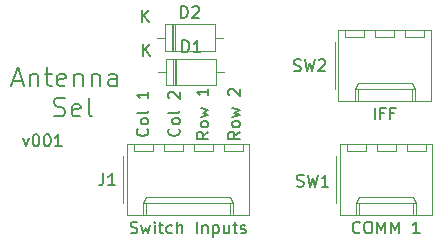
<source format=gbr>
G04 #@! TF.GenerationSoftware,KiCad,Pcbnew,(5.1.5-0-10_14)*
G04 #@! TF.CreationDate,2021-03-15T05:52:22+10:00*
G04 #@! TF.ProjectId,OH - Left Console - 13 Antenna Select Panel,4f48202d-204c-4656-9674-20436f6e736f,rev?*
G04 #@! TF.SameCoordinates,Original*
G04 #@! TF.FileFunction,Legend,Top*
G04 #@! TF.FilePolarity,Positive*
%FSLAX46Y46*%
G04 Gerber Fmt 4.6, Leading zero omitted, Abs format (unit mm)*
G04 Created by KiCad (PCBNEW (5.1.5-0-10_14)) date 2021-03-15 05:52:22*
%MOMM*%
%LPD*%
G04 APERTURE LIST*
%ADD10C,0.150000*%
%ADD11C,0.120000*%
G04 APERTURE END LIST*
D10*
X97520333Y-82843714D02*
X97758428Y-83510380D01*
X97996523Y-82843714D01*
X98567952Y-82510380D02*
X98663190Y-82510380D01*
X98758428Y-82558000D01*
X98806047Y-82605619D01*
X98853666Y-82700857D01*
X98901285Y-82891333D01*
X98901285Y-83129428D01*
X98853666Y-83319904D01*
X98806047Y-83415142D01*
X98758428Y-83462761D01*
X98663190Y-83510380D01*
X98567952Y-83510380D01*
X98472714Y-83462761D01*
X98425095Y-83415142D01*
X98377476Y-83319904D01*
X98329857Y-83129428D01*
X98329857Y-82891333D01*
X98377476Y-82700857D01*
X98425095Y-82605619D01*
X98472714Y-82558000D01*
X98567952Y-82510380D01*
X99520333Y-82510380D02*
X99615571Y-82510380D01*
X99710809Y-82558000D01*
X99758428Y-82605619D01*
X99806047Y-82700857D01*
X99853666Y-82891333D01*
X99853666Y-83129428D01*
X99806047Y-83319904D01*
X99758428Y-83415142D01*
X99710809Y-83462761D01*
X99615571Y-83510380D01*
X99520333Y-83510380D01*
X99425095Y-83462761D01*
X99377476Y-83415142D01*
X99329857Y-83319904D01*
X99282238Y-83129428D01*
X99282238Y-82891333D01*
X99329857Y-82700857D01*
X99377476Y-82605619D01*
X99425095Y-82558000D01*
X99520333Y-82510380D01*
X100806047Y-83510380D02*
X100234619Y-83510380D01*
X100520333Y-83510380D02*
X100520333Y-82510380D01*
X100425095Y-82653238D01*
X100329857Y-82748476D01*
X100234619Y-82796095D01*
X96698428Y-77985666D02*
X97460333Y-77985666D01*
X96546047Y-78442809D02*
X97079380Y-76842809D01*
X97612714Y-78442809D01*
X98146047Y-77376142D02*
X98146047Y-78442809D01*
X98146047Y-77528523D02*
X98222238Y-77452333D01*
X98374619Y-77376142D01*
X98603190Y-77376142D01*
X98755571Y-77452333D01*
X98831761Y-77604714D01*
X98831761Y-78442809D01*
X99365095Y-77376142D02*
X99974619Y-77376142D01*
X99593666Y-76842809D02*
X99593666Y-78214238D01*
X99669857Y-78366619D01*
X99822238Y-78442809D01*
X99974619Y-78442809D01*
X101117476Y-78366619D02*
X100965095Y-78442809D01*
X100660333Y-78442809D01*
X100507952Y-78366619D01*
X100431761Y-78214238D01*
X100431761Y-77604714D01*
X100507952Y-77452333D01*
X100660333Y-77376142D01*
X100965095Y-77376142D01*
X101117476Y-77452333D01*
X101193666Y-77604714D01*
X101193666Y-77757095D01*
X100431761Y-77909476D01*
X101879380Y-77376142D02*
X101879380Y-78442809D01*
X101879380Y-77528523D02*
X101955571Y-77452333D01*
X102107952Y-77376142D01*
X102336523Y-77376142D01*
X102488904Y-77452333D01*
X102565095Y-77604714D01*
X102565095Y-78442809D01*
X103327000Y-77376142D02*
X103327000Y-78442809D01*
X103327000Y-77528523D02*
X103403190Y-77452333D01*
X103555571Y-77376142D01*
X103784142Y-77376142D01*
X103936523Y-77452333D01*
X104012714Y-77604714D01*
X104012714Y-78442809D01*
X105460333Y-78442809D02*
X105460333Y-77604714D01*
X105384142Y-77452333D01*
X105231761Y-77376142D01*
X104927000Y-77376142D01*
X104774619Y-77452333D01*
X105460333Y-78366619D02*
X105307952Y-78442809D01*
X104927000Y-78442809D01*
X104774619Y-78366619D01*
X104698428Y-78214238D01*
X104698428Y-78061857D01*
X104774619Y-77909476D01*
X104927000Y-77833285D01*
X105307952Y-77833285D01*
X105460333Y-77757095D01*
X100165095Y-80916619D02*
X100393666Y-80992809D01*
X100774619Y-80992809D01*
X100927000Y-80916619D01*
X101003190Y-80840428D01*
X101079380Y-80688047D01*
X101079380Y-80535666D01*
X101003190Y-80383285D01*
X100927000Y-80307095D01*
X100774619Y-80230904D01*
X100469857Y-80154714D01*
X100317476Y-80078523D01*
X100241285Y-80002333D01*
X100165095Y-79849952D01*
X100165095Y-79697571D01*
X100241285Y-79545190D01*
X100317476Y-79469000D01*
X100469857Y-79392809D01*
X100850809Y-79392809D01*
X101079380Y-79469000D01*
X102374619Y-80916619D02*
X102222238Y-80992809D01*
X101917476Y-80992809D01*
X101765095Y-80916619D01*
X101688904Y-80764238D01*
X101688904Y-80154714D01*
X101765095Y-80002333D01*
X101917476Y-79926142D01*
X102222238Y-79926142D01*
X102374619Y-80002333D01*
X102450809Y-80154714D01*
X102450809Y-80307095D01*
X101688904Y-80459476D01*
X103365095Y-80992809D02*
X103212714Y-80916619D01*
X103136523Y-80764238D01*
X103136523Y-79392809D01*
X115895380Y-82295809D02*
X115419190Y-82629142D01*
X115895380Y-82867238D02*
X114895380Y-82867238D01*
X114895380Y-82486285D01*
X114943000Y-82391047D01*
X114990619Y-82343428D01*
X115085857Y-82295809D01*
X115228714Y-82295809D01*
X115323952Y-82343428D01*
X115371571Y-82391047D01*
X115419190Y-82486285D01*
X115419190Y-82867238D01*
X115895380Y-81724380D02*
X115847761Y-81819619D01*
X115800142Y-81867238D01*
X115704904Y-81914857D01*
X115419190Y-81914857D01*
X115323952Y-81867238D01*
X115276333Y-81819619D01*
X115228714Y-81724380D01*
X115228714Y-81581523D01*
X115276333Y-81486285D01*
X115323952Y-81438666D01*
X115419190Y-81391047D01*
X115704904Y-81391047D01*
X115800142Y-81438666D01*
X115847761Y-81486285D01*
X115895380Y-81581523D01*
X115895380Y-81724380D01*
X115228714Y-81057714D02*
X115895380Y-80867238D01*
X115419190Y-80676761D01*
X115895380Y-80486285D01*
X115228714Y-80295809D01*
X114990619Y-79200571D02*
X114943000Y-79152952D01*
X114895380Y-79057714D01*
X114895380Y-78819619D01*
X114943000Y-78724380D01*
X114990619Y-78676761D01*
X115085857Y-78629142D01*
X115181095Y-78629142D01*
X115323952Y-78676761D01*
X115895380Y-79248190D01*
X115895380Y-78629142D01*
X113228380Y-82295809D02*
X112752190Y-82629142D01*
X113228380Y-82867238D02*
X112228380Y-82867238D01*
X112228380Y-82486285D01*
X112276000Y-82391047D01*
X112323619Y-82343428D01*
X112418857Y-82295809D01*
X112561714Y-82295809D01*
X112656952Y-82343428D01*
X112704571Y-82391047D01*
X112752190Y-82486285D01*
X112752190Y-82867238D01*
X113228380Y-81724380D02*
X113180761Y-81819619D01*
X113133142Y-81867238D01*
X113037904Y-81914857D01*
X112752190Y-81914857D01*
X112656952Y-81867238D01*
X112609333Y-81819619D01*
X112561714Y-81724380D01*
X112561714Y-81581523D01*
X112609333Y-81486285D01*
X112656952Y-81438666D01*
X112752190Y-81391047D01*
X113037904Y-81391047D01*
X113133142Y-81438666D01*
X113180761Y-81486285D01*
X113228380Y-81581523D01*
X113228380Y-81724380D01*
X112561714Y-81057714D02*
X113228380Y-80867238D01*
X112752190Y-80676761D01*
X113228380Y-80486285D01*
X112561714Y-80295809D01*
X113228380Y-78629142D02*
X113228380Y-79200571D01*
X113228380Y-78914857D02*
X112228380Y-78914857D01*
X112371238Y-79010095D01*
X112466476Y-79105333D01*
X112514095Y-79200571D01*
X110720142Y-82033904D02*
X110767761Y-82081523D01*
X110815380Y-82224380D01*
X110815380Y-82319619D01*
X110767761Y-82462476D01*
X110672523Y-82557714D01*
X110577285Y-82605333D01*
X110386809Y-82652952D01*
X110243952Y-82652952D01*
X110053476Y-82605333D01*
X109958238Y-82557714D01*
X109863000Y-82462476D01*
X109815380Y-82319619D01*
X109815380Y-82224380D01*
X109863000Y-82081523D01*
X109910619Y-82033904D01*
X110815380Y-81462476D02*
X110767761Y-81557714D01*
X110720142Y-81605333D01*
X110624904Y-81652952D01*
X110339190Y-81652952D01*
X110243952Y-81605333D01*
X110196333Y-81557714D01*
X110148714Y-81462476D01*
X110148714Y-81319619D01*
X110196333Y-81224380D01*
X110243952Y-81176761D01*
X110339190Y-81129142D01*
X110624904Y-81129142D01*
X110720142Y-81176761D01*
X110767761Y-81224380D01*
X110815380Y-81319619D01*
X110815380Y-81462476D01*
X110815380Y-80557714D02*
X110767761Y-80652952D01*
X110672523Y-80700571D01*
X109815380Y-80700571D01*
X109910619Y-79462476D02*
X109863000Y-79414857D01*
X109815380Y-79319619D01*
X109815380Y-79081523D01*
X109863000Y-78986285D01*
X109910619Y-78938666D01*
X110005857Y-78891047D01*
X110101095Y-78891047D01*
X110243952Y-78938666D01*
X110815380Y-79510095D01*
X110815380Y-78891047D01*
X108053142Y-82033904D02*
X108100761Y-82081523D01*
X108148380Y-82224380D01*
X108148380Y-82319619D01*
X108100761Y-82462476D01*
X108005523Y-82557714D01*
X107910285Y-82605333D01*
X107719809Y-82652952D01*
X107576952Y-82652952D01*
X107386476Y-82605333D01*
X107291238Y-82557714D01*
X107196000Y-82462476D01*
X107148380Y-82319619D01*
X107148380Y-82224380D01*
X107196000Y-82081523D01*
X107243619Y-82033904D01*
X108148380Y-81462476D02*
X108100761Y-81557714D01*
X108053142Y-81605333D01*
X107957904Y-81652952D01*
X107672190Y-81652952D01*
X107576952Y-81605333D01*
X107529333Y-81557714D01*
X107481714Y-81462476D01*
X107481714Y-81319619D01*
X107529333Y-81224380D01*
X107576952Y-81176761D01*
X107672190Y-81129142D01*
X107957904Y-81129142D01*
X108053142Y-81176761D01*
X108100761Y-81224380D01*
X108148380Y-81319619D01*
X108148380Y-81462476D01*
X108148380Y-80557714D02*
X108100761Y-80652952D01*
X108005523Y-80700571D01*
X107148380Y-80700571D01*
X108148380Y-78891047D02*
X108148380Y-79462476D01*
X108148380Y-79176761D02*
X107148380Y-79176761D01*
X107291238Y-79272000D01*
X107386476Y-79367238D01*
X107434095Y-79462476D01*
D11*
X131483000Y-74278000D02*
X131483000Y-73678000D01*
X129883000Y-74278000D02*
X131483000Y-74278000D01*
X129883000Y-73678000D02*
X129883000Y-74278000D01*
X128943000Y-74278000D02*
X128943000Y-73678000D01*
X127343000Y-74278000D02*
X128943000Y-74278000D01*
X127343000Y-73678000D02*
X127343000Y-74278000D01*
X126403000Y-74278000D02*
X126403000Y-73678000D01*
X124803000Y-74278000D02*
X126403000Y-74278000D01*
X124803000Y-73678000D02*
X124803000Y-74278000D01*
X130433000Y-79698000D02*
X130433000Y-78698000D01*
X125853000Y-79698000D02*
X125853000Y-78698000D01*
X130433000Y-78168000D02*
X130683000Y-78698000D01*
X125853000Y-78168000D02*
X130433000Y-78168000D01*
X125603000Y-78698000D02*
X125853000Y-78168000D01*
X130683000Y-78698000D02*
X130683000Y-79698000D01*
X125603000Y-78698000D02*
X130683000Y-78698000D01*
X125603000Y-79698000D02*
X125603000Y-78698000D01*
X123933000Y-74708000D02*
X123933000Y-78708000D01*
X132063000Y-73678000D02*
X124223000Y-73678000D01*
X132063000Y-79698000D02*
X132063000Y-73678000D01*
X124223000Y-79698000D02*
X132063000Y-79698000D01*
X124223000Y-73678000D02*
X124223000Y-79698000D01*
X131610000Y-83930000D02*
X131610000Y-83330000D01*
X130010000Y-83930000D02*
X131610000Y-83930000D01*
X130010000Y-83330000D02*
X130010000Y-83930000D01*
X129070000Y-83930000D02*
X129070000Y-83330000D01*
X127470000Y-83930000D02*
X129070000Y-83930000D01*
X127470000Y-83330000D02*
X127470000Y-83930000D01*
X126530000Y-83930000D02*
X126530000Y-83330000D01*
X124930000Y-83930000D02*
X126530000Y-83930000D01*
X124930000Y-83330000D02*
X124930000Y-83930000D01*
X130560000Y-89350000D02*
X130560000Y-88350000D01*
X125980000Y-89350000D02*
X125980000Y-88350000D01*
X130560000Y-87820000D02*
X130810000Y-88350000D01*
X125980000Y-87820000D02*
X130560000Y-87820000D01*
X125730000Y-88350000D02*
X125980000Y-87820000D01*
X130810000Y-88350000D02*
X130810000Y-89350000D01*
X125730000Y-88350000D02*
X130810000Y-88350000D01*
X125730000Y-89350000D02*
X125730000Y-88350000D01*
X124060000Y-84360000D02*
X124060000Y-88360000D01*
X132190000Y-83330000D02*
X124350000Y-83330000D01*
X132190000Y-89350000D02*
X132190000Y-83330000D01*
X124350000Y-89350000D02*
X132190000Y-89350000D01*
X124350000Y-83330000D02*
X124350000Y-89350000D01*
X116116000Y-83930000D02*
X116116000Y-83330000D01*
X114516000Y-83930000D02*
X116116000Y-83930000D01*
X114516000Y-83330000D02*
X114516000Y-83930000D01*
X113576000Y-83930000D02*
X113576000Y-83330000D01*
X111976000Y-83930000D02*
X113576000Y-83930000D01*
X111976000Y-83330000D02*
X111976000Y-83930000D01*
X111036000Y-83930000D02*
X111036000Y-83330000D01*
X109436000Y-83930000D02*
X111036000Y-83930000D01*
X109436000Y-83330000D02*
X109436000Y-83930000D01*
X108496000Y-83930000D02*
X108496000Y-83330000D01*
X106896000Y-83930000D02*
X108496000Y-83930000D01*
X106896000Y-83330000D02*
X106896000Y-83930000D01*
X115066000Y-89350000D02*
X115066000Y-88350000D01*
X107946000Y-89350000D02*
X107946000Y-88350000D01*
X115066000Y-87820000D02*
X115316000Y-88350000D01*
X107946000Y-87820000D02*
X115066000Y-87820000D01*
X107696000Y-88350000D02*
X107946000Y-87820000D01*
X115316000Y-88350000D02*
X115316000Y-89350000D01*
X107696000Y-88350000D02*
X115316000Y-88350000D01*
X107696000Y-89350000D02*
X107696000Y-88350000D01*
X106026000Y-84360000D02*
X106026000Y-88360000D01*
X116696000Y-83330000D02*
X106316000Y-83330000D01*
X116696000Y-89350000D02*
X116696000Y-83330000D01*
X106316000Y-89350000D02*
X116696000Y-89350000D01*
X106316000Y-83330000D02*
X106316000Y-89350000D01*
X110131000Y-73199000D02*
X110131000Y-75439000D01*
X110371000Y-73199000D02*
X110371000Y-75439000D01*
X110251000Y-73199000D02*
X110251000Y-75439000D01*
X114421000Y-74319000D02*
X113771000Y-74319000D01*
X108881000Y-74319000D02*
X109531000Y-74319000D01*
X113771000Y-73199000D02*
X109531000Y-73199000D01*
X113771000Y-75439000D02*
X113771000Y-73199000D01*
X109531000Y-75439000D02*
X113771000Y-75439000D01*
X109531000Y-73199000D02*
X109531000Y-75439000D01*
X110240000Y-76096000D02*
X110240000Y-78336000D01*
X110480000Y-76096000D02*
X110480000Y-78336000D01*
X110360000Y-76096000D02*
X110360000Y-78336000D01*
X114530000Y-77216000D02*
X113880000Y-77216000D01*
X108990000Y-77216000D02*
X109640000Y-77216000D01*
X113880000Y-76096000D02*
X109640000Y-76096000D01*
X113880000Y-78336000D02*
X113880000Y-76096000D01*
X109640000Y-78336000D02*
X113880000Y-78336000D01*
X109640000Y-76096000D02*
X109640000Y-78336000D01*
D10*
X120459666Y-77112761D02*
X120602523Y-77160380D01*
X120840619Y-77160380D01*
X120935857Y-77112761D01*
X120983476Y-77065142D01*
X121031095Y-76969904D01*
X121031095Y-76874666D01*
X120983476Y-76779428D01*
X120935857Y-76731809D01*
X120840619Y-76684190D01*
X120650142Y-76636571D01*
X120554904Y-76588952D01*
X120507285Y-76541333D01*
X120459666Y-76446095D01*
X120459666Y-76350857D01*
X120507285Y-76255619D01*
X120554904Y-76208000D01*
X120650142Y-76160380D01*
X120888238Y-76160380D01*
X121031095Y-76208000D01*
X121364428Y-76160380D02*
X121602523Y-77160380D01*
X121793000Y-76446095D01*
X121983476Y-77160380D01*
X122221571Y-76160380D01*
X122554904Y-76255619D02*
X122602523Y-76208000D01*
X122697761Y-76160380D01*
X122935857Y-76160380D01*
X123031095Y-76208000D01*
X123078714Y-76255619D01*
X123126333Y-76350857D01*
X123126333Y-76446095D01*
X123078714Y-76588952D01*
X122507285Y-77160380D01*
X123126333Y-77160380D01*
X127285857Y-81240380D02*
X127285857Y-80240380D01*
X128095380Y-80716571D02*
X127762047Y-80716571D01*
X127762047Y-81240380D02*
X127762047Y-80240380D01*
X128238238Y-80240380D01*
X128952523Y-80716571D02*
X128619190Y-80716571D01*
X128619190Y-81240380D02*
X128619190Y-80240380D01*
X129095380Y-80240380D01*
X120713666Y-86891761D02*
X120856523Y-86939380D01*
X121094619Y-86939380D01*
X121189857Y-86891761D01*
X121237476Y-86844142D01*
X121285095Y-86748904D01*
X121285095Y-86653666D01*
X121237476Y-86558428D01*
X121189857Y-86510809D01*
X121094619Y-86463190D01*
X120904142Y-86415571D01*
X120808904Y-86367952D01*
X120761285Y-86320333D01*
X120713666Y-86225095D01*
X120713666Y-86129857D01*
X120761285Y-86034619D01*
X120808904Y-85987000D01*
X120904142Y-85939380D01*
X121142238Y-85939380D01*
X121285095Y-85987000D01*
X121618428Y-85939380D02*
X121856523Y-86939380D01*
X122047000Y-86225095D01*
X122237476Y-86939380D01*
X122475571Y-85939380D01*
X123380333Y-86939380D02*
X122808904Y-86939380D01*
X123094619Y-86939380D02*
X123094619Y-85939380D01*
X122999380Y-86082238D01*
X122904142Y-86177476D01*
X122808904Y-86225095D01*
X126055714Y-90797142D02*
X126008095Y-90844761D01*
X125865238Y-90892380D01*
X125770000Y-90892380D01*
X125627142Y-90844761D01*
X125531904Y-90749523D01*
X125484285Y-90654285D01*
X125436666Y-90463809D01*
X125436666Y-90320952D01*
X125484285Y-90130476D01*
X125531904Y-90035238D01*
X125627142Y-89940000D01*
X125770000Y-89892380D01*
X125865238Y-89892380D01*
X126008095Y-89940000D01*
X126055714Y-89987619D01*
X126674761Y-89892380D02*
X126865238Y-89892380D01*
X126960476Y-89940000D01*
X127055714Y-90035238D01*
X127103333Y-90225714D01*
X127103333Y-90559047D01*
X127055714Y-90749523D01*
X126960476Y-90844761D01*
X126865238Y-90892380D01*
X126674761Y-90892380D01*
X126579523Y-90844761D01*
X126484285Y-90749523D01*
X126436666Y-90559047D01*
X126436666Y-90225714D01*
X126484285Y-90035238D01*
X126579523Y-89940000D01*
X126674761Y-89892380D01*
X127531904Y-90892380D02*
X127531904Y-89892380D01*
X127865238Y-90606666D01*
X128198571Y-89892380D01*
X128198571Y-90892380D01*
X128674761Y-90892380D02*
X128674761Y-89892380D01*
X129008095Y-90606666D01*
X129341428Y-89892380D01*
X129341428Y-90892380D01*
X131103333Y-90892380D02*
X130531904Y-90892380D01*
X130817619Y-90892380D02*
X130817619Y-89892380D01*
X130722380Y-90035238D01*
X130627142Y-90130476D01*
X130531904Y-90178095D01*
X104314666Y-85812380D02*
X104314666Y-86526666D01*
X104267047Y-86669523D01*
X104171809Y-86764761D01*
X104028952Y-86812380D01*
X103933714Y-86812380D01*
X105314666Y-86812380D02*
X104743238Y-86812380D01*
X105028952Y-86812380D02*
X105028952Y-85812380D01*
X104933714Y-85955238D01*
X104838476Y-86050476D01*
X104743238Y-86098095D01*
X106625047Y-90844761D02*
X106767904Y-90892380D01*
X107006000Y-90892380D01*
X107101238Y-90844761D01*
X107148857Y-90797142D01*
X107196476Y-90701904D01*
X107196476Y-90606666D01*
X107148857Y-90511428D01*
X107101238Y-90463809D01*
X107006000Y-90416190D01*
X106815523Y-90368571D01*
X106720285Y-90320952D01*
X106672666Y-90273333D01*
X106625047Y-90178095D01*
X106625047Y-90082857D01*
X106672666Y-89987619D01*
X106720285Y-89940000D01*
X106815523Y-89892380D01*
X107053619Y-89892380D01*
X107196476Y-89940000D01*
X107529809Y-90225714D02*
X107720285Y-90892380D01*
X107910761Y-90416190D01*
X108101238Y-90892380D01*
X108291714Y-90225714D01*
X108672666Y-90892380D02*
X108672666Y-90225714D01*
X108672666Y-89892380D02*
X108625047Y-89940000D01*
X108672666Y-89987619D01*
X108720285Y-89940000D01*
X108672666Y-89892380D01*
X108672666Y-89987619D01*
X109006000Y-90225714D02*
X109386952Y-90225714D01*
X109148857Y-89892380D02*
X109148857Y-90749523D01*
X109196476Y-90844761D01*
X109291714Y-90892380D01*
X109386952Y-90892380D01*
X110148857Y-90844761D02*
X110053619Y-90892380D01*
X109863142Y-90892380D01*
X109767904Y-90844761D01*
X109720285Y-90797142D01*
X109672666Y-90701904D01*
X109672666Y-90416190D01*
X109720285Y-90320952D01*
X109767904Y-90273333D01*
X109863142Y-90225714D01*
X110053619Y-90225714D01*
X110148857Y-90273333D01*
X110577428Y-90892380D02*
X110577428Y-89892380D01*
X111006000Y-90892380D02*
X111006000Y-90368571D01*
X110958380Y-90273333D01*
X110863142Y-90225714D01*
X110720285Y-90225714D01*
X110625047Y-90273333D01*
X110577428Y-90320952D01*
X112244095Y-90892380D02*
X112244095Y-89892380D01*
X112720285Y-90225714D02*
X112720285Y-90892380D01*
X112720285Y-90320952D02*
X112767904Y-90273333D01*
X112863142Y-90225714D01*
X113006000Y-90225714D01*
X113101238Y-90273333D01*
X113148857Y-90368571D01*
X113148857Y-90892380D01*
X113625047Y-90225714D02*
X113625047Y-91225714D01*
X113625047Y-90273333D02*
X113720285Y-90225714D01*
X113910761Y-90225714D01*
X114006000Y-90273333D01*
X114053619Y-90320952D01*
X114101238Y-90416190D01*
X114101238Y-90701904D01*
X114053619Y-90797142D01*
X114006000Y-90844761D01*
X113910761Y-90892380D01*
X113720285Y-90892380D01*
X113625047Y-90844761D01*
X114958380Y-90225714D02*
X114958380Y-90892380D01*
X114529809Y-90225714D02*
X114529809Y-90749523D01*
X114577428Y-90844761D01*
X114672666Y-90892380D01*
X114815523Y-90892380D01*
X114910761Y-90844761D01*
X114958380Y-90797142D01*
X115291714Y-90225714D02*
X115672666Y-90225714D01*
X115434571Y-89892380D02*
X115434571Y-90749523D01*
X115482190Y-90844761D01*
X115577428Y-90892380D01*
X115672666Y-90892380D01*
X115958380Y-90844761D02*
X116053619Y-90892380D01*
X116244095Y-90892380D01*
X116339333Y-90844761D01*
X116386952Y-90749523D01*
X116386952Y-90701904D01*
X116339333Y-90606666D01*
X116244095Y-90559047D01*
X116101238Y-90559047D01*
X116006000Y-90511428D01*
X115958380Y-90416190D01*
X115958380Y-90368571D01*
X116006000Y-90273333D01*
X116101238Y-90225714D01*
X116244095Y-90225714D01*
X116339333Y-90273333D01*
X110912904Y-72651380D02*
X110912904Y-71651380D01*
X111151000Y-71651380D01*
X111293857Y-71699000D01*
X111389095Y-71794238D01*
X111436714Y-71889476D01*
X111484333Y-72079952D01*
X111484333Y-72222809D01*
X111436714Y-72413285D01*
X111389095Y-72508523D01*
X111293857Y-72603761D01*
X111151000Y-72651380D01*
X110912904Y-72651380D01*
X111865285Y-71746619D02*
X111912904Y-71699000D01*
X112008142Y-71651380D01*
X112246238Y-71651380D01*
X112341476Y-71699000D01*
X112389095Y-71746619D01*
X112436714Y-71841857D01*
X112436714Y-71937095D01*
X112389095Y-72079952D01*
X111817666Y-72651380D01*
X112436714Y-72651380D01*
X107579095Y-72971380D02*
X107579095Y-71971380D01*
X108150523Y-72971380D02*
X107721952Y-72399952D01*
X108150523Y-71971380D02*
X107579095Y-72542809D01*
X111021904Y-75548380D02*
X111021904Y-74548380D01*
X111260000Y-74548380D01*
X111402857Y-74596000D01*
X111498095Y-74691238D01*
X111545714Y-74786476D01*
X111593333Y-74976952D01*
X111593333Y-75119809D01*
X111545714Y-75310285D01*
X111498095Y-75405523D01*
X111402857Y-75500761D01*
X111260000Y-75548380D01*
X111021904Y-75548380D01*
X112545714Y-75548380D02*
X111974285Y-75548380D01*
X112260000Y-75548380D02*
X112260000Y-74548380D01*
X112164761Y-74691238D01*
X112069523Y-74786476D01*
X111974285Y-74834095D01*
X107688095Y-75868380D02*
X107688095Y-74868380D01*
X108259523Y-75868380D02*
X107830952Y-75296952D01*
X108259523Y-74868380D02*
X107688095Y-75439809D01*
M02*

</source>
